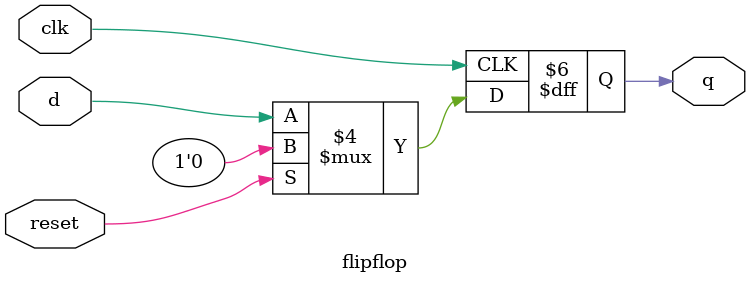
<source format=v>
module flipflop(input d, clk, reset, output reg q);
  always@(posedge clk)
    if(reset == 1)
      q <= 0;
    else
      q <= d;
endmodule

</source>
